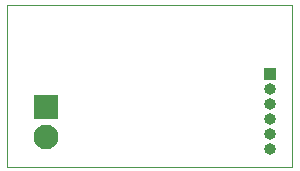
<source format=gbr>
%TF.GenerationSoftware,KiCad,Pcbnew,(5.1.9)-1*%
%TF.CreationDate,2021-04-24T13:42:19+02:00*%
%TF.ProjectId,PS-DC-3V3-2A,50532d44-432d-4335-9633-2d32412e6b69,V1.0*%
%TF.SameCoordinates,Original*%
%TF.FileFunction,Soldermask,Bot*%
%TF.FilePolarity,Negative*%
%FSLAX46Y46*%
G04 Gerber Fmt 4.6, Leading zero omitted, Abs format (unit mm)*
G04 Created by KiCad (PCBNEW (5.1.9)-1) date 2021-04-24 13:42:19*
%MOMM*%
%LPD*%
G01*
G04 APERTURE LIST*
%TA.AperFunction,Profile*%
%ADD10C,0.050000*%
%TD*%
%ADD11O,1.000000X1.000000*%
%ADD12R,1.000000X1.000000*%
%ADD13C,2.100000*%
%ADD14R,2.100000X2.100000*%
G04 APERTURE END LIST*
D10*
X135890000Y-93980000D02*
X160020000Y-93980000D01*
X135890000Y-107696000D02*
X135890000Y-93980000D01*
X160020000Y-107696000D02*
X135890000Y-107696000D01*
X160020000Y-93980000D02*
X160020000Y-107696000D01*
D11*
%TO.C,J2*%
X158115000Y-106172000D03*
X158115000Y-104902000D03*
X158115000Y-103632000D03*
X158115000Y-102362000D03*
X158115000Y-101092000D03*
D12*
X158115000Y-99822000D03*
%TD*%
D13*
%TO.C,J1*%
X139192000Y-105156000D03*
D14*
X139192000Y-102616000D03*
%TD*%
M02*

</source>
